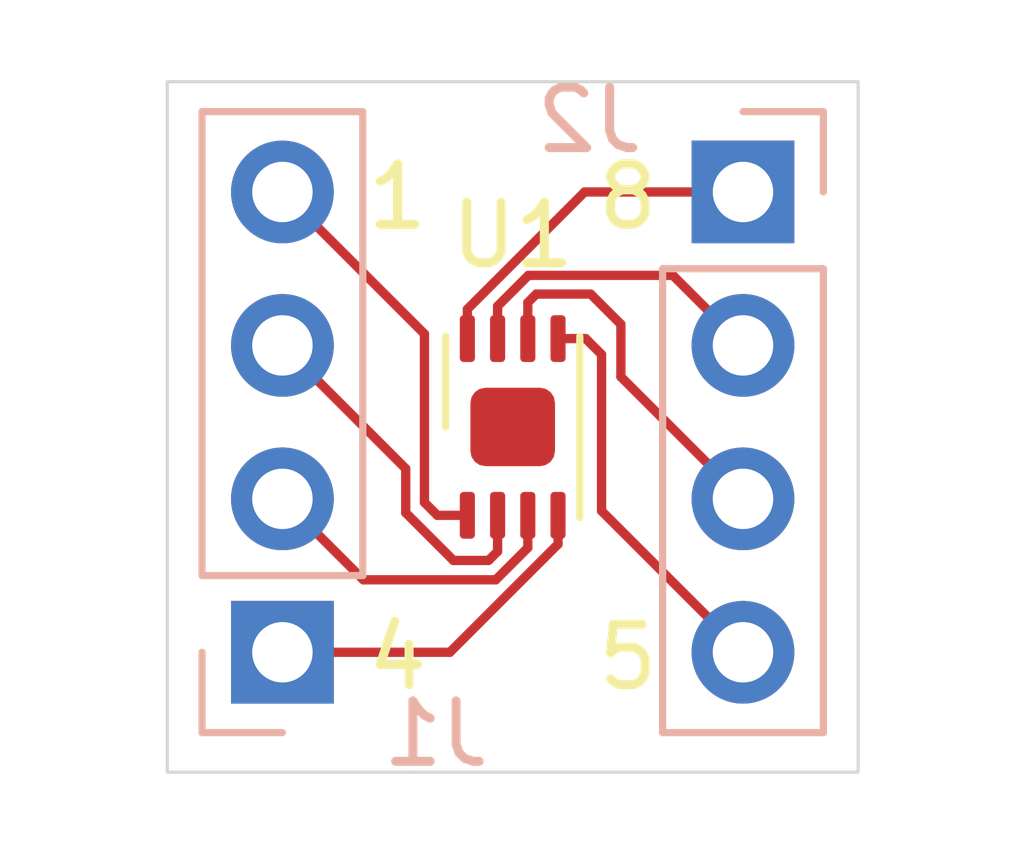
<source format=kicad_pcb>
(kicad_pcb (version 20171130) (host pcbnew "(5.1.2)-1")

  (general
    (thickness 1.6)
    (drawings 8)
    (tracks 34)
    (zones 0)
    (modules 3)
    (nets 9)
  )

  (page A4)
  (layers
    (0 F.Cu signal)
    (31 B.Cu signal)
    (32 B.Adhes user)
    (33 F.Adhes user)
    (34 B.Paste user)
    (35 F.Paste user)
    (36 B.SilkS user)
    (37 F.SilkS user)
    (38 B.Mask user)
    (39 F.Mask user)
    (40 Dwgs.User user)
    (41 Cmts.User user)
    (42 Eco1.User user)
    (43 Eco2.User user)
    (44 Edge.Cuts user)
    (45 Margin user)
    (46 B.CrtYd user)
    (47 F.CrtYd user)
    (48 B.Fab user)
    (49 F.Fab user)
  )

  (setup
    (last_trace_width 0.154)
    (user_trace_width 0.2)
    (user_trace_width 0.25)
    (trace_clearance 0.154)
    (zone_clearance 0.508)
    (zone_45_only no)
    (trace_min 0.1524)
    (via_size 0.69)
    (via_drill 0.34)
    (via_min_size 0.51)
    (via_min_drill 0.254)
    (user_via 0.51 0.3)
    (uvia_size 0.69)
    (uvia_drill 0.34)
    (uvias_allowed no)
    (uvia_min_size 0.51)
    (uvia_min_drill 0.254)
    (edge_width 0.05)
    (segment_width 0.2)
    (pcb_text_width 0.3)
    (pcb_text_size 1.5 1.5)
    (mod_edge_width 0.12)
    (mod_text_size 1 1)
    (mod_text_width 0.15)
    (pad_size 1.524 1.524)
    (pad_drill 0.762)
    (pad_to_mask_clearance 0.051)
    (solder_mask_min_width 0.25)
    (aux_axis_origin 0 0)
    (visible_elements 7FFFFFFF)
    (pcbplotparams
      (layerselection 0x010a8_7fffffff)
      (usegerberextensions false)
      (usegerberattributes false)
      (usegerberadvancedattributes false)
      (creategerberjobfile false)
      (excludeedgelayer true)
      (linewidth 0.100000)
      (plotframeref false)
      (viasonmask true)
      (mode 1)
      (useauxorigin false)
      (hpglpennumber 1)
      (hpglpenspeed 20)
      (hpglpendiameter 15.000000)
      (psnegative false)
      (psa4output false)
      (plotreference true)
      (plotvalue true)
      (plotinvisibletext false)
      (padsonsilk false)
      (subtractmaskfromsilk false)
      (outputformat 1)
      (mirror false)
      (drillshape 0)
      (scaleselection 1)
      (outputdirectory "gbr/"))
  )

  (net 0 "")
  (net 1 "Net-(J1-Pad4)")
  (net 2 "Net-(J1-Pad3)")
  (net 3 "Net-(J1-Pad2)")
  (net 4 "Net-(J1-Pad1)")
  (net 5 "Net-(J2-Pad4)")
  (net 6 "Net-(J2-Pad3)")
  (net 7 "Net-(J2-Pad2)")
  (net 8 "Net-(J2-Pad1)")

  (net_class Default "This is the default net class."
    (clearance 0.154)
    (trace_width 0.154)
    (via_dia 0.69)
    (via_drill 0.34)
    (uvia_dia 0.69)
    (uvia_drill 0.34)
    (add_net "Net-(J1-Pad1)")
    (add_net "Net-(J1-Pad2)")
    (add_net "Net-(J1-Pad3)")
    (add_net "Net-(J1-Pad4)")
    (add_net "Net-(J2-Pad1)")
    (add_net "Net-(J2-Pad2)")
    (add_net "Net-(J2-Pad3)")
    (add_net "Net-(J2-Pad4)")
  )

  (module Package_DFN_QFN:WDFN-8-1EP_3x2mm_P0.5mm_EP1.3x1.4mm (layer F.Cu) (tedit 5BBD2519) (tstamp 5DAB507C)
    (at 151.13 91.44 90)
    (descr "WDFN, 8 Pin (http://ww1.microchip.com/downloads/en/DeviceDoc/8L_TDFN_2x3_MNY_C04-0129E-MNY.pdf), generated with kicad-footprint-generator ipc_dfn_qfn_generator.py")
    (tags "WDFN DFN_QFN")
    (path /5DAB0216)
    (attr smd)
    (fp_text reference U1 (at 3.175 0 180) (layer F.SilkS)
      (effects (font (size 1 1) (thickness 0.15)))
    )
    (fp_text value 8WDFN_MCU (at 0 1.95 90) (layer F.Fab)
      (effects (font (size 1 1) (thickness 0.15)))
    )
    (fp_text user %R (at 0 0 90) (layer F.Fab)
      (effects (font (size 0.75 0.75) (thickness 0.11)))
    )
    (fp_line (start 2.1 -1.25) (end -2.1 -1.25) (layer F.CrtYd) (width 0.05))
    (fp_line (start 2.1 1.25) (end 2.1 -1.25) (layer F.CrtYd) (width 0.05))
    (fp_line (start -2.1 1.25) (end 2.1 1.25) (layer F.CrtYd) (width 0.05))
    (fp_line (start -2.1 -1.25) (end -2.1 1.25) (layer F.CrtYd) (width 0.05))
    (fp_line (start -1.5 -0.5) (end -1 -1) (layer F.Fab) (width 0.1))
    (fp_line (start -1.5 1) (end -1.5 -0.5) (layer F.Fab) (width 0.1))
    (fp_line (start 1.5 1) (end -1.5 1) (layer F.Fab) (width 0.1))
    (fp_line (start 1.5 -1) (end 1.5 1) (layer F.Fab) (width 0.1))
    (fp_line (start -1 -1) (end 1.5 -1) (layer F.Fab) (width 0.1))
    (fp_line (start -1.5 1.11) (end 1.5 1.11) (layer F.SilkS) (width 0.12))
    (fp_line (start 0 -1.11) (end 1.5 -1.11) (layer F.SilkS) (width 0.12))
    (pad 8 smd roundrect (at 1.4625 -0.75 90) (size 0.775 0.25) (layers F.Cu F.Paste F.Mask) (roundrect_rratio 0.25)
      (net 8 "Net-(J2-Pad1)"))
    (pad 7 smd roundrect (at 1.4625 -0.25 90) (size 0.775 0.25) (layers F.Cu F.Paste F.Mask) (roundrect_rratio 0.25)
      (net 7 "Net-(J2-Pad2)"))
    (pad 6 smd roundrect (at 1.4625 0.25 90) (size 0.775 0.25) (layers F.Cu F.Paste F.Mask) (roundrect_rratio 0.25)
      (net 6 "Net-(J2-Pad3)"))
    (pad 5 smd roundrect (at 1.4625 0.75 90) (size 0.775 0.25) (layers F.Cu F.Paste F.Mask) (roundrect_rratio 0.25)
      (net 5 "Net-(J2-Pad4)"))
    (pad 4 smd roundrect (at -1.4625 0.75 90) (size 0.775 0.25) (layers F.Cu F.Paste F.Mask) (roundrect_rratio 0.25)
      (net 4 "Net-(J1-Pad1)"))
    (pad 3 smd roundrect (at -1.4625 0.25 90) (size 0.775 0.25) (layers F.Cu F.Paste F.Mask) (roundrect_rratio 0.25)
      (net 3 "Net-(J1-Pad2)"))
    (pad 2 smd roundrect (at -1.4625 -0.25 90) (size 0.775 0.25) (layers F.Cu F.Paste F.Mask) (roundrect_rratio 0.25)
      (net 2 "Net-(J1-Pad3)"))
    (pad 1 smd roundrect (at -1.4625 -0.75 90) (size 0.775 0.25) (layers F.Cu F.Paste F.Mask) (roundrect_rratio 0.25)
      (net 1 "Net-(J1-Pad4)"))
    (pad "" smd roundrect (at 0.325 0.35 90) (size 0.52 0.56) (layers F.Paste) (roundrect_rratio 0.25))
    (pad "" smd roundrect (at 0.325 -0.35 90) (size 0.52 0.56) (layers F.Paste) (roundrect_rratio 0.25))
    (pad "" smd roundrect (at -0.325 0.35 90) (size 0.52 0.56) (layers F.Paste) (roundrect_rratio 0.25))
    (pad "" smd roundrect (at -0.325 -0.35 90) (size 0.52 0.56) (layers F.Paste) (roundrect_rratio 0.25))
    (pad 9 smd roundrect (at 0 0 90) (size 1.3 1.4) (layers F.Cu F.Mask) (roundrect_rratio 0.192308))
    (model ${KISYS3DMOD}/Package_DFN_QFN.3dshapes/WDFN-8-1EP_3x2mm_P0.5mm_EP1.3x1.4mm.wrl
      (at (xyz 0 0 0))
      (scale (xyz 1 1 1))
      (rotate (xyz 0 0 0))
    )
  )

  (module Connector_PinHeader_2.54mm:PinHeader_1x04_P2.54mm_Vertical (layer B.Cu) (tedit 59FED5CC) (tstamp 5DAB505F)
    (at 154.94 87.55 180)
    (descr "Through hole straight pin header, 1x04, 2.54mm pitch, single row")
    (tags "Through hole pin header THT 1x04 2.54mm single row")
    (path /5DAB1273)
    (fp_text reference J2 (at 2.54 1.19) (layer B.SilkS)
      (effects (font (size 1 1) (thickness 0.15)) (justify mirror))
    )
    (fp_text value Conn_01x04 (at 0 -9.95) (layer B.Fab)
      (effects (font (size 1 1) (thickness 0.15)) (justify mirror))
    )
    (fp_text user %R (at 0 -3.81 270) (layer B.Fab)
      (effects (font (size 1 1) (thickness 0.15)) (justify mirror))
    )
    (fp_line (start 1.8 1.8) (end -1.8 1.8) (layer B.CrtYd) (width 0.05))
    (fp_line (start 1.8 -9.4) (end 1.8 1.8) (layer B.CrtYd) (width 0.05))
    (fp_line (start -1.8 -9.4) (end 1.8 -9.4) (layer B.CrtYd) (width 0.05))
    (fp_line (start -1.8 1.8) (end -1.8 -9.4) (layer B.CrtYd) (width 0.05))
    (fp_line (start -1.33 1.33) (end 0 1.33) (layer B.SilkS) (width 0.12))
    (fp_line (start -1.33 0) (end -1.33 1.33) (layer B.SilkS) (width 0.12))
    (fp_line (start -1.33 -1.27) (end 1.33 -1.27) (layer B.SilkS) (width 0.12))
    (fp_line (start 1.33 -1.27) (end 1.33 -8.95) (layer B.SilkS) (width 0.12))
    (fp_line (start -1.33 -1.27) (end -1.33 -8.95) (layer B.SilkS) (width 0.12))
    (fp_line (start -1.33 -8.95) (end 1.33 -8.95) (layer B.SilkS) (width 0.12))
    (fp_line (start -1.27 0.635) (end -0.635 1.27) (layer B.Fab) (width 0.1))
    (fp_line (start -1.27 -8.89) (end -1.27 0.635) (layer B.Fab) (width 0.1))
    (fp_line (start 1.27 -8.89) (end -1.27 -8.89) (layer B.Fab) (width 0.1))
    (fp_line (start 1.27 1.27) (end 1.27 -8.89) (layer B.Fab) (width 0.1))
    (fp_line (start -0.635 1.27) (end 1.27 1.27) (layer B.Fab) (width 0.1))
    (pad 4 thru_hole oval (at 0 -7.62 180) (size 1.7 1.7) (drill 1) (layers *.Cu *.Mask)
      (net 5 "Net-(J2-Pad4)"))
    (pad 3 thru_hole oval (at 0 -5.08 180) (size 1.7 1.7) (drill 1) (layers *.Cu *.Mask)
      (net 6 "Net-(J2-Pad3)"))
    (pad 2 thru_hole oval (at 0 -2.54 180) (size 1.7 1.7) (drill 1) (layers *.Cu *.Mask)
      (net 7 "Net-(J2-Pad2)"))
    (pad 1 thru_hole rect (at 0 0 180) (size 1.7 1.7) (drill 1) (layers *.Cu *.Mask)
      (net 8 "Net-(J2-Pad1)"))
    (model ${KISYS3DMOD}/Connector_PinHeader_2.54mm.3dshapes/PinHeader_1x04_P2.54mm_Vertical.wrl
      (at (xyz 0 0 0))
      (scale (xyz 1 1 1))
      (rotate (xyz 0 0 0))
    )
  )

  (module Connector_PinHeader_2.54mm:PinHeader_1x04_P2.54mm_Vertical (layer B.Cu) (tedit 59FED5CC) (tstamp 5DAB5047)
    (at 147.32 95.17)
    (descr "Through hole straight pin header, 1x04, 2.54mm pitch, single row")
    (tags "Through hole pin header THT 1x04 2.54mm single row")
    (path /5DAB2C48)
    (fp_text reference J1 (at 2.54 1.35) (layer B.SilkS)
      (effects (font (size 1 1) (thickness 0.15)) (justify mirror))
    )
    (fp_text value Conn_01x04 (at 0 -9.95) (layer B.Fab)
      (effects (font (size 1 1) (thickness 0.15)) (justify mirror))
    )
    (fp_text user %R (at 0 -3.81 -90) (layer B.Fab)
      (effects (font (size 1 1) (thickness 0.15)) (justify mirror))
    )
    (fp_line (start 1.8 1.8) (end -1.8 1.8) (layer B.CrtYd) (width 0.05))
    (fp_line (start 1.8 -9.4) (end 1.8 1.8) (layer B.CrtYd) (width 0.05))
    (fp_line (start -1.8 -9.4) (end 1.8 -9.4) (layer B.CrtYd) (width 0.05))
    (fp_line (start -1.8 1.8) (end -1.8 -9.4) (layer B.CrtYd) (width 0.05))
    (fp_line (start -1.33 1.33) (end 0 1.33) (layer B.SilkS) (width 0.12))
    (fp_line (start -1.33 0) (end -1.33 1.33) (layer B.SilkS) (width 0.12))
    (fp_line (start -1.33 -1.27) (end 1.33 -1.27) (layer B.SilkS) (width 0.12))
    (fp_line (start 1.33 -1.27) (end 1.33 -8.95) (layer B.SilkS) (width 0.12))
    (fp_line (start -1.33 -1.27) (end -1.33 -8.95) (layer B.SilkS) (width 0.12))
    (fp_line (start -1.33 -8.95) (end 1.33 -8.95) (layer B.SilkS) (width 0.12))
    (fp_line (start -1.27 0.635) (end -0.635 1.27) (layer B.Fab) (width 0.1))
    (fp_line (start -1.27 -8.89) (end -1.27 0.635) (layer B.Fab) (width 0.1))
    (fp_line (start 1.27 -8.89) (end -1.27 -8.89) (layer B.Fab) (width 0.1))
    (fp_line (start 1.27 1.27) (end 1.27 -8.89) (layer B.Fab) (width 0.1))
    (fp_line (start -0.635 1.27) (end 1.27 1.27) (layer B.Fab) (width 0.1))
    (pad 4 thru_hole oval (at 0 -7.62) (size 1.7 1.7) (drill 1) (layers *.Cu *.Mask)
      (net 1 "Net-(J1-Pad4)"))
    (pad 3 thru_hole oval (at 0 -5.08) (size 1.7 1.7) (drill 1) (layers *.Cu *.Mask)
      (net 2 "Net-(J1-Pad3)"))
    (pad 2 thru_hole oval (at 0 -2.54) (size 1.7 1.7) (drill 1) (layers *.Cu *.Mask)
      (net 3 "Net-(J1-Pad2)"))
    (pad 1 thru_hole rect (at 0 0) (size 1.7 1.7) (drill 1) (layers *.Cu *.Mask)
      (net 4 "Net-(J1-Pad1)"))
    (model ${KISYS3DMOD}/Connector_PinHeader_2.54mm.3dshapes/PinHeader_1x04_P2.54mm_Vertical.wrl
      (at (xyz 0 0 0))
      (scale (xyz 1 1 1))
      (rotate (xyz 0 0 0))
    )
  )

  (gr_text 8 (at 153.035 87.63) (layer F.SilkS)
    (effects (font (size 1 1) (thickness 0.15)))
  )
  (gr_text 5 (at 153.035 95.25) (layer F.SilkS)
    (effects (font (size 1 1) (thickness 0.15)))
  )
  (gr_text 4 (at 149.225 95.25) (layer F.SilkS)
    (effects (font (size 1 1) (thickness 0.15)))
  )
  (gr_text 1 (at 149.225 87.63) (layer F.SilkS)
    (effects (font (size 1 1) (thickness 0.15)))
  )
  (gr_line (start 145.415 97.155) (end 145.415 85.725) (layer Edge.Cuts) (width 0.05) (tstamp 5DAB5536))
  (gr_line (start 156.845 97.155) (end 145.415 97.155) (layer Edge.Cuts) (width 0.05))
  (gr_line (start 156.845 85.725) (end 156.845 97.155) (layer Edge.Cuts) (width 0.05))
  (gr_line (start 145.415 85.725) (end 156.845 85.725) (layer Edge.Cuts) (width 0.05))

  (segment (start 150.38 92.9025) (end 149.8825 92.9025) (width 0.154) (layer F.Cu) (net 1))
  (segment (start 149.8825 92.9025) (end 149.67 92.69) (width 0.154) (layer F.Cu) (net 1))
  (segment (start 149.67 89.9) (end 147.32 87.55) (width 0.154) (layer F.Cu) (net 1))
  (segment (start 149.67 92.69) (end 149.67 89.9) (width 0.154) (layer F.Cu) (net 1))
  (segment (start 150.88 92.9025) (end 150.88 93.5) (width 0.154) (layer F.Cu) (net 2))
  (segment (start 150.88 93.5) (end 150.73 93.65) (width 0.154) (layer F.Cu) (net 2))
  (segment (start 150.73 93.65) (end 150.15 93.65) (width 0.154) (layer F.Cu) (net 2))
  (segment (start 150.15 93.65) (end 149.36 92.86) (width 0.154) (layer F.Cu) (net 2))
  (segment (start 149.36 92.13) (end 147.32 90.09) (width 0.154) (layer F.Cu) (net 2))
  (segment (start 149.36 92.86) (end 149.36 92.13) (width 0.154) (layer F.Cu) (net 2))
  (segment (start 151.38 92.9025) (end 151.38 93.44) (width 0.154) (layer F.Cu) (net 3))
  (segment (start 151.38 93.44) (end 150.85 93.97) (width 0.154) (layer F.Cu) (net 3))
  (segment (start 148.66 93.97) (end 147.32 92.63) (width 0.154) (layer F.Cu) (net 3))
  (segment (start 150.85 93.97) (end 148.66 93.97) (width 0.154) (layer F.Cu) (net 3))
  (segment (start 151.88 92.9025) (end 151.88 93.38) (width 0.154) (layer F.Cu) (net 4))
  (segment (start 150.09 95.17) (end 147.32 95.17) (width 0.154) (layer F.Cu) (net 4))
  (segment (start 151.88 93.38) (end 150.09 95.17) (width 0.154) (layer F.Cu) (net 4))
  (segment (start 151.88 89.9775) (end 152.3375 89.9775) (width 0.154) (layer F.Cu) (net 5))
  (segment (start 152.3375 89.9775) (end 152.6 90.24) (width 0.154) (layer F.Cu) (net 5))
  (segment (start 152.6 92.83) (end 154.94 95.17) (width 0.154) (layer F.Cu) (net 5))
  (segment (start 152.6 90.24) (end 152.6 92.83) (width 0.154) (layer F.Cu) (net 5))
  (segment (start 151.38 89.9775) (end 151.38 89.38) (width 0.154) (layer F.Cu) (net 6))
  (segment (start 151.38 89.38) (end 151.52 89.24) (width 0.154) (layer F.Cu) (net 6))
  (segment (start 151.52 89.24) (end 152.42 89.24) (width 0.154) (layer F.Cu) (net 6))
  (segment (start 152.42 89.24) (end 152.92 89.74) (width 0.154) (layer F.Cu) (net 6))
  (segment (start 152.92 90.61) (end 154.94 92.63) (width 0.154) (layer F.Cu) (net 6))
  (segment (start 152.92 89.74) (end 152.92 90.61) (width 0.154) (layer F.Cu) (net 6))
  (segment (start 150.88 89.9775) (end 150.88 89.44) (width 0.154) (layer F.Cu) (net 7))
  (segment (start 150.88 89.44) (end 151.39 88.93) (width 0.154) (layer F.Cu) (net 7))
  (segment (start 153.78 88.93) (end 154.94 90.09) (width 0.154) (layer F.Cu) (net 7))
  (segment (start 151.39 88.93) (end 153.78 88.93) (width 0.154) (layer F.Cu) (net 7))
  (segment (start 150.38 89.9775) (end 150.38 89.49) (width 0.154) (layer F.Cu) (net 8))
  (segment (start 152.32 87.55) (end 154.94 87.55) (width 0.154) (layer F.Cu) (net 8))
  (segment (start 150.38 89.49) (end 152.32 87.55) (width 0.154) (layer F.Cu) (net 8))

)

</source>
